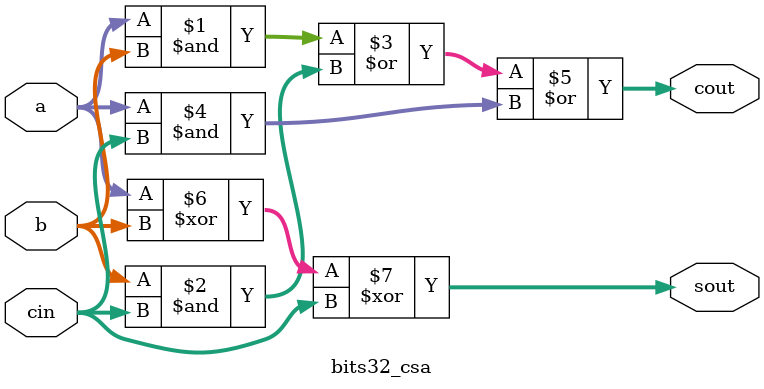
<source format=v>
module bits32_csa(
    input [31:0] a,
    input [31:0] b,
    input [31:0] cin,
    output [31:0]cout,
    output [31:0]sout
);


assign cout = (a & b) | (b & cin) | (a & cin);
assign sout = a ^ b ^ cin;


endmodule
</source>
